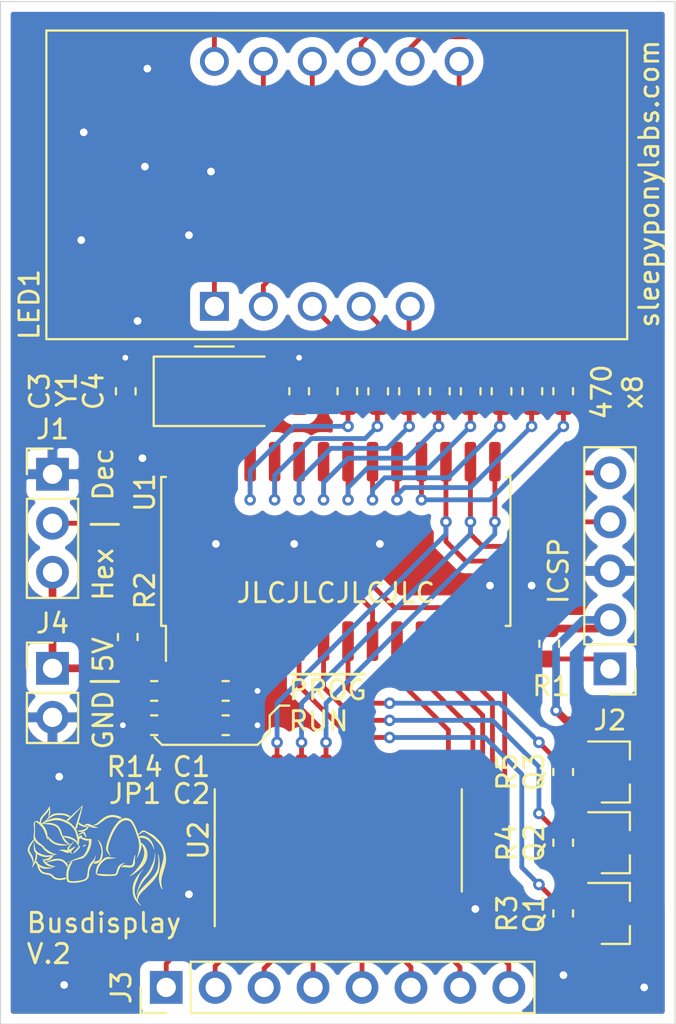
<source format=kicad_pcb>
(kicad_pcb (version 20171130) (host pcbnew "(5.1.10)-1")
  (title_block (title Busdisplay) (date 2021-05-21) (rev 2) (company "Sleepy Pony Labs"))
  (layers (0 F.Cu signal) (31 B.Cu signal) (34 B.Paste user) (35 F.Paste user) (36 B.SilkS user) (37 F.SilkS user) (38 B.Mask user) (39 F.Mask user) (44 Edge.Cuts user))
  (net 0 "")
  (net 1 GND)
  (net 2 +5V)
  (net 3 "Net-(C3-Pad1)")
  (net 4 "Net-(C4-Pad1)")
  (net 5 "Net-(J1-Pad2)")
  (net 6 ~MCLR)
  (net 7 "Net-(J3-Pad8)")
  (net 8 "Net-(J3-Pad7)")
  (net 9 "Net-(J3-Pad6)")
  (net 10 "Net-(J3-Pad5)")
  (net 11 "Net-(J3-Pad4)")
  (net 12 "Net-(J3-Pad3)")
  (net 13 "Net-(J3-Pad2)")
  (net 14 "Net-(J3-Pad1)")
  (net 15 "Net-(LED1-Pad7)")
  (net 16 "Net-(LED1-Pad4)")
  (net 17 "Net-(LED1-Pad12)")
  (net 18 "Net-(LED1-Pad9)")
  (net 19 "Net-(LED1-Pad1)")
  (net 20 "Net-(LED1-Pad8)")
  (net 21 "Net-(LED1-Pad11)")
  (net 22 "Net-(LED1-Pad3)")
  (net 23 "Net-(LED1-Pad10)")
  (net 24 "Net-(LED1-Pad5)")
  (net 25 "Net-(LED1-Pad2)")
  (net 26 DIG1)
  (net 27 BUF6)
  (net 28 BUF7)
  (net 29 A)
  (net 30 B)
  (net 31 C)
  (net 32 D)
  (net 33 E)
  (net 34 F)
  (net 35 G)
  (net 36 DP)
  (net 37 BUF5)
  (net 38 BUF4)
  (net 39 BUF3)
  (net 40 BUF2)
  (net 41 BUF1)
  (net 42 BUF0)
  (net 43 DIG3)
  (net 44 DIG2)
  (net 45 "Net-(U1-Pad1)")
  (net 46 "Net-(JP1-Pad1)")
  (module Resistor_SMD:R_0603_1608Metric (layer F.Cu) (at 41.3765 65.532)
    (fp_text reference R14 (at -1.016 3.937) (layer F.SilkS))
    (fp_text value 10k)
    (pad 2 smd roundrect (at 0.7875 0) (size 0.875 0.95) (layers F.Cu F.Paste F.Mask) (net 46 "Net-(JP1-Pad1)"))
    (pad 1 smd roundrect (at -0.7875 0) (size 0.875 0.95) (layers F.Cu F.Paste F.Mask) (net 2 +5V))
  )
  (module Resistor_SMD:R_0603_1608Metric (layer F.Cu) (at 41.3765 67.31 180)
    (fp_text reference JP1 (at 0.9905 -3.556) (layer F.SilkS))
    (fp_text value ~PROG~/RUN)
    (pad 2 smd roundrect (at 0.7875 0 180) (size 0.875 0.95) (layers F.Cu F.Paste F.Mask) (net 1 GND))
    (pad 1 smd roundrect (at -0.7875 0 180) (size 0.875 0.95) (layers F.Cu F.Paste F.Mask) (net 46 "Net-(JP1-Pad1)"))
  )
  (module Package_SO:SO-20_5.3x12.6mm_P1.27mm (layer F.Cu) (at 50.927 73.279 90)
    (fp_text reference U2 (at 0 -7.25 90) (layer F.SilkS))
    (fp_text value 74HCT245)
    (pad 20 smd roundrect (at 3.4625 -5.715 90) (size 1.975 0.6) (layers F.Cu F.Paste F.Mask) (net 2 +5V))
    (pad 19 smd roundrect (at 3.4625 -4.445 90) (size 1.975 0.6) (layers F.Cu F.Paste F.Mask) (net 46 "Net-(JP1-Pad1)"))
    (pad 18 smd roundrect (at 3.4625 -3.175 90) (size 1.975 0.6) (layers F.Cu F.Paste F.Mask) (net 28 BUF7))
    (pad 17 smd roundrect (at 3.4625 -1.905 90) (size 1.975 0.6) (layers F.Cu F.Paste F.Mask) (net 27 BUF6))
    (pad 16 smd roundrect (at 3.4625 -0.635 90) (size 1.975 0.6) (layers F.Cu F.Paste F.Mask) (net 37 BUF5))
    (pad 15 smd roundrect (at 3.4625 0.635 90) (size 1.975 0.6) (layers F.Cu F.Paste F.Mask) (net 38 BUF4))
    (pad 14 smd roundrect (at 3.4625 1.905 90) (size 1.975 0.6) (layers F.Cu F.Paste F.Mask) (net 39 BUF3))
    (pad 13 smd roundrect (at 3.4625 3.175 90) (size 1.975 0.6) (layers F.Cu F.Paste F.Mask) (net 40 BUF2))
    (pad 12 smd roundrect (at 3.4625 4.445 90) (size 1.975 0.6) (layers F.Cu F.Paste F.Mask) (net 41 BUF1))
    (pad 11 smd roundrect (at 3.4625 5.715 90) (size 1.975 0.6) (layers F.Cu F.Paste F.Mask) (net 42 BUF0))
    (pad 10 smd roundrect (at -3.4625 5.715 90) (size 1.975 0.6) (layers F.Cu F.Paste F.Mask) (net 1 GND))
    (pad 9 smd roundrect (at -3.4625 4.445 90) (size 1.975 0.6) (layers F.Cu F.Paste F.Mask) (net 7 "Net-(J3-Pad8)"))
    (pad 8 smd roundrect (at -3.4625 3.175 90) (size 1.975 0.6) (layers F.Cu F.Paste F.Mask) (net 8 "Net-(J3-Pad7)"))
    (pad 7 smd roundrect (at -3.4625 1.905 90) (size 1.975 0.6) (layers F.Cu F.Paste F.Mask) (net 9 "Net-(J3-Pad6)"))
    (pad 6 smd roundrect (at -3.4625 0.635 90) (size 1.975 0.6) (layers F.Cu F.Paste F.Mask) (net 10 "Net-(J3-Pad5)"))
    (pad 5 smd roundrect (at -3.4625 -0.635 90) (size 1.975 0.6) (layers F.Cu F.Paste F.Mask) (net 11 "Net-(J3-Pad4)"))
    (pad 4 smd roundrect (at -3.4625 -1.905 90) (size 1.975 0.6) (layers F.Cu F.Paste F.Mask) (net 12 "Net-(J3-Pad3)"))
    (pad 3 smd roundrect (at -3.4625 -3.175 90) (size 1.975 0.6) (layers F.Cu F.Paste F.Mask) (net 13 "Net-(J3-Pad2)"))
    (pad 2 smd roundrect (at -3.4625 -4.445 90) (size 1.975 0.6) (layers F.Cu F.Paste F.Mask) (net 14 "Net-(J3-Pad1)"))
    (pad 1 smd roundrect (at -3.4625 -5.715 90) (size 1.975 0.6) (layers F.Cu F.Paste F.Mask) (net 2 +5V))
  )
  (module sleepyLogo:sleepylogo_10mm (layer F.Cu) (at 38.527 73.781)
    (fp_text reference G*** hide)
    (fp_text value LOGO hide)
  )
  (module Crystal:Crystal_SMD_5032-2Pin_5.0x3.2mm (layer F.Cu) (at 44.4 50)
    (fp_text reference Y1 (at -7.57 -0.089 90) (layer F.SilkS))
    (fp_text value 8MHz)
    (pad 2 smd rect (at 1.85 0) (size 2 2.4) (layers F.Cu F.Paste F.Mask) (net 4 "Net-(C4-Pad1)"))
    (pad 1 smd rect (at -1.85 0) (size 2 2.4) (layers F.Cu F.Paste F.Mask) (net 3 "Net-(C3-Pad1)"))
  )
  (module Package_SO:SOIC-28W_7.5x17.9mm_P1.27mm (layer F.Cu) (at 50.8 58.3 90)
    (fp_text reference U1 (at 3.055 -9.906 90) (layer F.SilkS))
    (fp_text value PIC16F57-ISO)
    (pad 28 smd roundrect (at 4.65 -8.255 90) (size 2.05 0.6) (layers F.Cu F.Paste F.Mask) (net 6 ~MCLR))
    (pad 27 smd roundrect (at 4.65 -6.985 90) (size 2.05 0.6) (layers F.Cu F.Paste F.Mask) (net 3 "Net-(C3-Pad1)"))
    (pad 26 smd roundrect (at 4.65 -5.715 90) (size 2.05 0.6) (layers F.Cu F.Paste F.Mask) (net 4 "Net-(C4-Pad1)"))
    (pad 25 smd roundrect (at 4.65 -4.445 90) (size 2.05 0.6) (layers F.Cu F.Paste F.Mask) (net 36 DP))
    (pad 24 smd roundrect (at 4.65 -3.175 90) (size 2.05 0.6) (layers F.Cu F.Paste F.Mask) (net 31 C))
    (pad 23 smd roundrect (at 4.65 -1.905 90) (size 2.05 0.6) (layers F.Cu F.Paste F.Mask) (net 35 G))
    (pad 22 smd roundrect (at 4.65 -0.635 90) (size 2.05 0.6) (layers F.Cu F.Paste F.Mask) (net 32 D))
    (pad 21 smd roundrect (at 4.65 0.635 90) (size 2.05 0.6) (layers F.Cu F.Paste F.Mask) (net 33 E))
    (pad 20 smd roundrect (at 4.65 1.905 90) (size 2.05 0.6) (layers F.Cu F.Paste F.Mask) (net 29 A))
    (pad 19 smd roundrect (at 4.65 3.175 90) (size 2.05 0.6) (layers F.Cu F.Paste F.Mask) (net 34 F))
    (pad 18 smd roundrect (at 4.65 4.445 90) (size 2.05 0.6) (layers F.Cu F.Paste F.Mask) (net 30 B))
    (pad 17 smd roundrect (at 4.65 5.715 90) (size 2.05 0.6) (layers F.Cu F.Paste F.Mask) (net 28 BUF7))
    (pad 16 smd roundrect (at 4.65 6.985 90) (size 2.05 0.6) (layers F.Cu F.Paste F.Mask) (net 27 BUF6))
    (pad 15 smd roundrect (at 4.65 8.255 90) (size 2.05 0.6) (layers F.Cu F.Paste F.Mask) (net 37 BUF5))
    (pad 14 smd roundrect (at -4.65 8.255 90) (size 2.05 0.6) (layers F.Cu F.Paste F.Mask) (net 38 BUF4))
    (pad 13 smd roundrect (at -4.65 6.985 90) (size 2.05 0.6) (layers F.Cu F.Paste F.Mask) (net 39 BUF3))
    (pad 12 smd roundrect (at -4.65 5.715 90) (size 2.05 0.6) (layers F.Cu F.Paste F.Mask) (net 40 BUF2))
    (pad 11 smd roundrect (at -4.65 4.445 90) (size 2.05 0.6) (layers F.Cu F.Paste F.Mask) (net 41 BUF1))
    (pad 10 smd roundrect (at -4.65 3.175 90) (size 2.05 0.6) (layers F.Cu F.Paste F.Mask) (net 42 BUF0))
    (pad 9 smd roundrect (at -4.65 1.905 90) (size 2.05 0.6) (layers F.Cu F.Paste F.Mask) (net 5 "Net-(J1-Pad2)"))
    (pad 8 smd roundrect (at -4.65 0.635 90) (size 2.05 0.6) (layers F.Cu F.Paste F.Mask) (net 43 DIG3))
    (pad 7 smd roundrect (at -4.65 -0.635 90) (size 2.05 0.6) (layers F.Cu F.Paste F.Mask) (net 44 DIG2))
    (pad 6 smd roundrect (at -4.65 -1.905 90) (size 2.05 0.6) (layers F.Cu F.Paste F.Mask) (net 26 DIG1))
    (pad 5 smd roundrect (at -4.65 -3.175 90) (size 2.05 0.6) (layers F.Cu F.Paste F.Mask))
    (pad 4 smd roundrect (at -4.65 -4.445 90) (size 2.05 0.6) (layers F.Cu F.Paste F.Mask) (net 1 GND))
    (pad 3 smd roundrect (at -4.65 -5.715 90) (size 2.05 0.6) (layers F.Cu F.Paste F.Mask))
    (pad 2 smd roundrect (at -4.65 -6.985 90) (size 2.05 0.6) (layers F.Cu F.Paste F.Mask) (net 2 +5V))
    (pad 1 smd roundrect (at -4.65 -8.255 90) (size 2.05 0.6) (layers F.Cu F.Paste F.Mask) (net 45 "Net-(U1-Pad1)"))
  )
  (module Resistor_SMD:R_0603_1608Metric (layer F.Cu) (at 51.4 50 90)
    (fp_text reference R13 hide)
    (fp_text value 470R)
    (pad 2 smd roundrect (at 0.7875 0 90) (size 0.875 0.95) (layers F.Cu F.Paste F.Mask) (net 22 "Net-(LED1-Pad3)"))
    (pad 1 smd roundrect (at -0.7875 0 90) (size 0.875 0.95) (layers F.Cu F.Paste F.Mask) (net 36 DP))
  )
  (module Resistor_SMD:R_0603_1608Metric (layer F.Cu) (at 54.6 50 90)
    (fp_text reference R12 hide)
    (fp_text value 470R)
    (pad 2 smd roundrect (at 0.7875 0 90) (size 0.875 0.95) (layers F.Cu F.Paste F.Mask) (net 24 "Net-(LED1-Pad5)"))
    (pad 1 smd roundrect (at -0.7875 0 90) (size 0.875 0.95) (layers F.Cu F.Paste F.Mask) (net 35 G))
  )
  (module Resistor_SMD:R_0603_1608Metric (layer F.Cu) (at 61 50 90)
    (fp_text reference R11 hide)
    (fp_text value 470R)
    (pad 2 smd roundrect (at 0.7875 0 90) (size 0.875 0.95) (layers F.Cu F.Paste F.Mask) (net 23 "Net-(LED1-Pad10)"))
    (pad 1 smd roundrect (at -0.7875 0 90) (size 0.875 0.95) (layers F.Cu F.Paste F.Mask) (net 34 F))
  )
  (module Resistor_SMD:R_0603_1608Metric (layer F.Cu) (at 57.8 50 90)
    (fp_text reference R10 hide)
    (fp_text value 470R)
    (pad 2 smd roundrect (at 0.7875 0 90) (size 0.875 0.95) (layers F.Cu F.Paste F.Mask) (net 19 "Net-(LED1-Pad1)"))
    (pad 1 smd roundrect (at -0.7875 0 90) (size 0.875 0.95) (layers F.Cu F.Paste F.Mask) (net 33 E))
  )
  (module Resistor_SMD:R_0603_1608Metric (layer F.Cu) (at 56.2 50 90)
    (fp_text reference R9 hide)
    (fp_text value 470R)
    (pad 2 smd roundrect (at 0.7875 0 90) (size 0.875 0.95) (layers F.Cu F.Paste F.Mask) (net 25 "Net-(LED1-Pad2)"))
    (pad 1 smd roundrect (at -0.7875 0 90) (size 0.875 0.95) (layers F.Cu F.Paste F.Mask) (net 32 D))
  )
  (module Resistor_SMD:R_0603_1608Metric (layer F.Cu) (at 53 50 90)
    (fp_text reference R8 hide)
    (fp_text value 470R)
    (pad 2 smd roundrect (at 0.7875 0 90) (size 0.875 0.95) (layers F.Cu F.Paste F.Mask) (net 16 "Net-(LED1-Pad4)"))
    (pad 1 smd roundrect (at -0.7875 0 90) (size 0.875 0.95) (layers F.Cu F.Paste F.Mask) (net 31 C))
  )
  (module Resistor_SMD:R_0603_1608Metric (layer F.Cu) (at 62.6 50 90)
    (fp_text reference R7 hide)
    (fp_text value 470R)
    (pad 2 smd roundrect (at 0.7875 0 90) (size 0.875 0.95) (layers F.Cu F.Paste F.Mask) (net 15 "Net-(LED1-Pad7)"))
    (pad 1 smd roundrect (at -0.7875 0 90) (size 0.875 0.95) (layers F.Cu F.Paste F.Mask) (net 30 B))
  )
  (module Resistor_SMD:R_0603_1608Metric (layer F.Cu) (at 59.4 50 90)
    (fp_text reference R6 hide)
    (fp_text value 470R)
    (pad 2 smd roundrect (at 0.7875 0 90) (size 0.875 0.95) (layers F.Cu F.Paste F.Mask) (net 21 "Net-(LED1-Pad11)"))
    (pad 1 smd roundrect (at -0.7875 0 90) (size 0.875 0.95) (layers F.Cu F.Paste F.Mask) (net 29 A))
  )
  (module Resistor_SMD:R_0603_1608Metric (layer F.Cu) (at 62.6 69.734 90)
    (fp_text reference R5 (at 0.011 -2.91 90) (layer F.SilkS))
    (fp_text value 10K)
    (pad 2 smd roundrect (at 0.7875 0 90) (size 0.875 0.95) (layers F.Cu F.Paste F.Mask) (net 43 DIG3))
    (pad 1 smd roundrect (at -0.7875 0 90) (size 0.875 0.95) (layers F.Cu F.Paste F.Mask) (net 2 +5V))
  )
  (module Resistor_SMD:R_0603_1608Metric (layer F.Cu) (at 62.6 73.4 90)
    (fp_text reference R4 (at 0 -2.91 90) (layer F.SilkS))
    (fp_text value 10K)
    (pad 2 smd roundrect (at 0.7875 0 90) (size 0.875 0.95) (layers F.Cu F.Paste F.Mask) (net 44 DIG2))
    (pad 1 smd roundrect (at -0.7875 0 90) (size 0.875 0.95) (layers F.Cu F.Paste F.Mask) (net 2 +5V))
  )
  (module Resistor_SMD:R_0603_1608Metric (layer F.Cu) (at 62.6 77.066 90)
    (fp_text reference R3 (at 0 -2.91 90) (layer F.SilkS))
    (fp_text value 10K)
    (pad 2 smd roundrect (at 0.7875 0 90) (size 0.875 0.95) (layers F.Cu F.Paste F.Mask) (net 26 DIG1))
    (pad 1 smd roundrect (at -0.7875 0 90) (size 0.875 0.95) (layers F.Cu F.Paste F.Mask) (net 2 +5V))
  )
  (module Resistor_SMD:R_0603_1608Metric (layer F.Cu) (at 40.005 62.738 90)
    (fp_text reference R2 (at 2.413 0.889 90) (layer F.SilkS))
    (fp_text value 10k)
    (pad 2 smd roundrect (at 0.7875 0 90) (size 0.875 0.95) (layers F.Cu F.Paste F.Mask) (net 5 "Net-(J1-Pad2)"))
    (pad 1 smd roundrect (at -0.7875 0 90) (size 0.875 0.95) (layers F.Cu F.Paste F.Mask) (net 2 +5V))
  )
  (module Resistor_SMD:R_0603_1608Metric (layer F.Cu) (at 61.873 63.0875 270)
    (fp_text reference R1 (at 2.1905 -0.103 180) (layer F.SilkS))
    (fp_text value 10k)
    (pad 2 smd roundrect (at 0.7875 0 270) (size 0.875 0.95) (layers F.Cu F.Paste F.Mask) (net 6 ~MCLR))
    (pad 1 smd roundrect (at -0.7875 0 270) (size 0.875 0.95) (layers F.Cu F.Paste F.Mask) (net 2 +5V))
  )
  (module Package_TO_SOT_SMD:SOT-23 (layer F.Cu) (at 65.3 69.734)
    (fp_text reference Q3 (at -4.213 -0.011 90) (layer F.SilkS))
    (fp_text value AO3401A)
    (pad 3 smd rect (at 1 0) (size 0.9 0.8) (layers F.Cu F.Paste F.Mask) (net 20 "Net-(LED1-Pad8)"))
    (pad 2 smd rect (at -1 0.95) (size 0.9 0.8) (layers F.Cu F.Paste F.Mask) (net 2 +5V))
    (pad 1 smd rect (at -1 -0.95) (size 0.9 0.8) (layers F.Cu F.Paste F.Mask) (net 43 DIG3))
  )
  (module Package_TO_SOT_SMD:SOT-23 (layer F.Cu) (at 65.3 73.4)
    (fp_text reference Q2 (at -4.213 0.006 90) (layer F.SilkS))
    (fp_text value AO3401A)
    (pad 3 smd rect (at 1 0) (size 0.9 0.8) (layers F.Cu F.Paste F.Mask) (net 18 "Net-(LED1-Pad9)"))
    (pad 2 smd rect (at -1 0.95) (size 0.9 0.8) (layers F.Cu F.Paste F.Mask) (net 2 +5V))
    (pad 1 smd rect (at -1 -0.95) (size 0.9 0.8) (layers F.Cu F.Paste F.Mask) (net 44 DIG2))
  )
  (module Package_TO_SOT_SMD:SOT-23 (layer F.Cu) (at 65.3 77.066)
    (fp_text reference Q1 (at -4.213 0.023 90) (layer F.SilkS))
    (fp_text value AO3401A)
    (pad 3 smd rect (at 1 0) (size 0.9 0.8) (layers F.Cu F.Paste F.Mask) (net 17 "Net-(LED1-Pad12)"))
    (pad 2 smd rect (at -1 0.95) (size 0.9 0.8) (layers F.Cu F.Paste F.Mask) (net 2 +5V))
    (pad 1 smd rect (at -1 -0.95) (size 0.9 0.8) (layers F.Cu F.Paste F.Mask) (net 26 DIG1))
  )
  (module busdisplay_r2:SP410401N (layer F.Cu) (at 44.5 45.3 90)
    (fp_text reference LED1 (at -0.2 -9.6 90) (layer F.SilkS))
    (fp_text value SP410401N)
    (pad 7 thru_hole circle (at 12.4 12.7 90) (size 1.5 1.5) (drill 1) (layers *.Cu *.Mask) (net 15 "Net-(LED1-Pad7)"))
    (pad 4 thru_hole circle (at -0.3 7.62 90) (size 1.5 1.5) (drill 1) (layers *.Cu *.Mask) (net 16 "Net-(LED1-Pad4)"))
    (pad 12 thru_hole circle (at 12.4 0 90) (size 1.5 1.5) (drill 1) (layers *.Cu *.Mask) (net 17 "Net-(LED1-Pad12)"))
    (pad 9 thru_hole circle (at 12.4 7.62 90) (size 1.5 1.5) (drill 1) (layers *.Cu *.Mask) (net 18 "Net-(LED1-Pad9)"))
    (pad 1 thru_hole rect (at -0.3 0 90) (size 1.5 1.5) (drill 1) (layers *.Cu *.Mask) (net 19 "Net-(LED1-Pad1)"))
    (pad 8 thru_hole circle (at 12.4 10.16 90) (size 1.5 1.5) (drill 1) (layers *.Cu *.Mask) (net 20 "Net-(LED1-Pad8)"))
    (pad 11 thru_hole circle (at 12.4 2.54 90) (size 1.5 1.5) (drill 1) (layers *.Cu *.Mask) (net 21 "Net-(LED1-Pad11)"))
    (pad 3 thru_hole circle (at -0.3 5.08 90) (size 1.5 1.5) (drill 1) (layers *.Cu *.Mask) (net 22 "Net-(LED1-Pad3)"))
    (pad 10 thru_hole circle (at 12.4 5.08 90) (size 1.5 1.5) (drill 1) (layers *.Cu *.Mask) (net 23 "Net-(LED1-Pad10)"))
    (pad 5 thru_hole circle (at -0.3 10.16 90) (size 1.5 1.5) (drill 1) (layers *.Cu *.Mask) (net 24 "Net-(LED1-Pad5)"))
    (pad 2 thru_hole circle (at -0.3 2.54 90) (size 1.5 1.5) (drill 1) (layers *.Cu *.Mask) (net 25 "Net-(LED1-Pad2)"))
  )
  (module Connector_PinHeader_2.54mm:PinHeader_1x02_P2.54mm_Vertical (layer F.Cu) (at 36.1 64.36)
    (fp_text reference J4 (at 0 -2.33) (layer F.SilkS))
    (fp_text value Power)
    (pad 2 thru_hole oval (at 0 2.54) (size 1.7 1.7) (drill 1) (layers *.Cu *.Mask) (net 1 GND))
    (pad 1 thru_hole rect (at 0 0) (size 1.7 1.7) (drill 1) (layers *.Cu *.Mask) (net 2 +5V))
  )
  (module Connector_PinHeader_2.54mm:PinHeader_1x08_P2.54mm_Vertical (layer F.Cu) (at 42 80.9 90)
    (fp_text reference J3 (at 0 -2.33 90) (layer F.SilkS))
    (fp_text value Input)
    (pad 8 thru_hole oval (at 0 17.78 90) (size 1.7 1.7) (drill 1) (layers *.Cu *.Mask) (net 7 "Net-(J3-Pad8)"))
    (pad 7 thru_hole oval (at 0 15.24 90) (size 1.7 1.7) (drill 1) (layers *.Cu *.Mask) (net 8 "Net-(J3-Pad7)"))
    (pad 6 thru_hole oval (at 0 12.7 90) (size 1.7 1.7) (drill 1) (layers *.Cu *.Mask) (net 9 "Net-(J3-Pad6)"))
    (pad 5 thru_hole oval (at 0 10.16 90) (size 1.7 1.7) (drill 1) (layers *.Cu *.Mask) (net 10 "Net-(J3-Pad5)"))
    (pad 4 thru_hole oval (at 0 7.62 90) (size 1.7 1.7) (drill 1) (layers *.Cu *.Mask) (net 11 "Net-(J3-Pad4)"))
    (pad 3 thru_hole oval (at 0 5.08 90) (size 1.7 1.7) (drill 1) (layers *.Cu *.Mask) (net 12 "Net-(J3-Pad3)"))
    (pad 2 thru_hole oval (at 0 2.54 90) (size 1.7 1.7) (drill 1) (layers *.Cu *.Mask) (net 13 "Net-(J3-Pad2)"))
    (pad 1 thru_hole rect (at 0 0 90) (size 1.7 1.7) (drill 1) (layers *.Cu *.Mask) (net 14 "Net-(J3-Pad1)"))
  )
  (module Connector_PinHeader_2.54mm:PinHeader_1x05_P2.54mm_Vertical (layer F.Cu) (at 65.024 64.389 180)
    (fp_text reference J2 (at 0 -2.667) (layer F.SilkS))
    (fp_text value ICSP)
    (pad 5 thru_hole oval (at 0 10.16 180) (size 1.7 1.7) (drill 1) (layers *.Cu *.Mask) (net 27 BUF6))
    (pad 4 thru_hole oval (at 0 7.62 180) (size 1.7 1.7) (drill 1) (layers *.Cu *.Mask) (net 28 BUF7))
    (pad 3 thru_hole oval (at 0 5.08 180) (size 1.7 1.7) (drill 1) (layers *.Cu *.Mask) (net 1 GND))
    (pad 2 thru_hole oval (at 0 2.54 180) (size 1.7 1.7) (drill 1) (layers *.Cu *.Mask) (net 2 +5V))
    (pad 1 thru_hole rect (at 0 0 180) (size 1.7 1.7) (drill 1) (layers *.Cu *.Mask) (net 6 ~MCLR))
  )
  (module Connector_PinHeader_2.54mm:PinHeader_1x03_P2.54mm_Vertical (layer F.Cu) (at 36.1 54.3)
    (fp_text reference J1 (at 0 -2.33) (layer F.SilkS))
    (fp_text value Hex/Dec)
    (pad 3 thru_hole oval (at 0 5.08) (size 1.7 1.7) (drill 1) (layers *.Cu *.Mask) (net 2 +5V))
    (pad 2 thru_hole oval (at 0 2.54) (size 1.7 1.7) (drill 1) (layers *.Cu *.Mask) (net 5 "Net-(J1-Pad2)"))
    (pad 1 thru_hole rect (at 0 0) (size 1.7 1.7) (drill 1) (layers *.Cu *.Mask) (net 1 GND))
  )
  (module Capacitor_SMD:C_0603_1608Metric (layer F.Cu) (at 48.9 50 90)
    (fp_text reference C4 (at 0 -10.673 90) (layer F.SilkS))
    (fp_text value 15pF)
    (pad 2 smd roundrect (at 0.7875 0 90) (size 0.875 0.95) (layers F.Cu F.Paste F.Mask) (net 1 GND))
    (pad 1 smd roundrect (at -0.7875 0 90) (size 0.875 0.95) (layers F.Cu F.Paste F.Mask) (net 4 "Net-(C4-Pad1)"))
  )
  (module Capacitor_SMD:C_0603_1608Metric (layer F.Cu) (at 39.9 50 90)
    (fp_text reference C3 (at 0 -4.467 90) (layer F.SilkS))
    (fp_text value 15pF)
    (pad 2 smd roundrect (at 0.7875 0 90) (size 0.875 0.95) (layers F.Cu F.Paste F.Mask) (net 1 GND))
    (pad 1 smd roundrect (at -0.7875 0 90) (size 0.875 0.95) (layers F.Cu F.Paste F.Mask) (net 3 "Net-(C3-Pad1)"))
  )
  (module Capacitor_SMD:C_0603_1608Metric (layer F.Cu) (at 45.085 67.31)
    (fp_text reference C2 (at -1.778 3.556) (layer F.SilkS))
    (fp_text value 100nF)
    (pad 2 smd roundrect (at 0.7875 0) (size 0.875 0.95) (layers F.Cu F.Paste F.Mask) (net 1 GND))
    (pad 1 smd roundrect (at -0.7875 0) (size 0.875 0.95) (layers F.Cu F.Paste F.Mask) (net 2 +5V))
  )
  (module Capacitor_SMD:C_0603_1608Metric (layer F.Cu) (at 45.085 65.532)
    (fp_text reference C1 (at -1.778 3.937) (layer F.SilkS))
    (fp_text value 100nF)
    (pad 2 smd roundrect (at 0.7875 0) (size 0.875 0.95) (layers F.Cu F.Paste F.Mask) (net 1 GND))
    (pad 1 smd roundrect (at -0.7875 0) (size 0.875 0.95) (layers F.Cu F.Paste F.Mask) (net 2 +5V))
  )
  (gr_text sleepyponylabs.com (at 67.056 39.243 90) (layer F.SilkS) (effects (font (size 1 1))))
  (gr_text ICSP (at 62.357 59.309 90) (layer F.SilkS) (effects (font (size 1 1))))
  (gr_text "470\nx8" (at 65.405 50.038 90) (layer F.SilkS) (effects (font (size 1 1))))
  (gr_text JLCJLCJLCJLC (at 50.8 60.452) (layer F.SilkS) (effects (font (size 1 1))))
  (gr_line (start 47.879 66.294) (end 48.387 66.294) (layer F.SilkS) (width 0.12))
  (gr_line (start 47.371 66.802) (end 47.879 66.294) (layer F.SilkS) (width 0.12))
  (gr_line (start 41.783 68.326) (end 41.402 67.945) (layer F.SilkS) (width 0.12))
  (gr_line (start 42.672 68.326) (end 41.783 68.326) (layer F.SilkS) (width 0.12))
  (gr_line (start 46.736 68.326) (end 42.672 68.326) (layer F.SilkS) (width 0.12))
  (gr_line (start 47.371 67.691) (end 46.736 68.326) (layer F.SilkS) (width 0.12))
  (gr_line (start 47.371 67.31) (end 47.371 67.691) (layer F.SilkS) (width 0.12))
  (gr_line (start 47.371 66.802) (end 47.371 67.31) (layer F.SilkS) (width 0.12))
  (gr_text "~PROG~\nRUN" (at 48.26 66.294) (layer F.SilkS) (effects (font (size 1 1)) (justify left)))
  (gr_text GND|5V (at 38.735 65.659 90) (layer F.SilkS) (effects (font (size 1 1))))
  (gr_text "Hex | Dec" (at 38.735 56.896 90) (layer F.SilkS) (effects (font (size 1 1))))
  (gr_text "Busdisplay\nV.2" (at 34.671 78.359) (layer F.SilkS) (effects (font (size 1 1)) (justify left)))
  (gr_line (start 33.4 82.8) (end 68.4 82.8) (layer Edge.Cuts) (width 0.05))
  (gr_line (start 68.4 29.8) (end 68.4 82.8) (layer Edge.Cuts) (width 0.05))
  (gr_line (start 33.4 29.8) (end 33.4 82.8) (layer Edge.Cuts) (width 0.05))
  (gr_line (start 33.4 29.8) (end 68.4 29.8) (layer Edge.Cuts) (width 0.05))
  (via (at 48.895 48.26) (size 0.6) (drill 0.3) (layers F.Cu B.Cu) (net 1))
  (via (at 39.878 48.26) (size 0.6) (drill 0.3) (layers F.Cu B.Cu) (net 1))
  (segment (start 48.9 48.265) (end 48.895 48.26) (width 0.25) (layer F.Cu) (net 1))
  (segment (start 48.9 49.2125) (end 48.9 48.265) (width 0.25) (layer F.Cu) (net 1))
  (segment (start 39.9 48.282) (end 39.878 48.26) (width 0.25) (layer F.Cu) (net 1))
  (segment (start 39.9 49.2125) (end 39.9 48.282) (width 0.25) (layer F.Cu) (net 1))
  (via (at 58.039 76.835) (size 0.8) (drill 0.4) (layers F.Cu B.Cu) (net 1))
  (segment (start 57.9455 76.7415) (end 58.039 76.835) (width 0.4) (layer F.Cu) (net 1))
  (segment (start 56.642 76.7415) (end 57.9455 76.7415) (width 0.4) (layer F.Cu) (net 1))
  (segment (start 46.355 62.95) (end 46.355 64.135) (width 0.4) (layer F.Cu) (net 1))
  (segment (start 45.8725 64.6175) (end 45.8725 65.532) (width 0.4) (layer F.Cu) (net 1))
  (segment (start 46.355 64.135) (end 45.8725 64.6175) (width 0.4) (layer F.Cu) (net 1))
  (via (at 39.751 67.31) (size 0.6) (drill 0.3) (layers F.Cu B.Cu) (net 1))
  (segment (start 40.589 67.31) (end 39.751 67.31) (width 0.4) (layer F.Cu) (net 1))
  (via (at 46.736 65.532) (size 0.6) (drill 0.3) (layers F.Cu B.Cu) (net 1))
  (via (at 46.736 67.31) (size 0.6) (drill 0.3) (layers F.Cu B.Cu) (net 1))
  (segment (start 45.8725 65.532) (end 46.736 65.532) (width 0.4) (layer F.Cu) (net 1))
  (segment (start 45.8725 67.31) (end 46.736 67.31) (width 0.4) (layer F.Cu) (net 1))
  (via (at 44.323 38.608) (size 0.8) (drill 0.4) (layers F.Cu B.Cu) (net 1))
  (via (at 41.021 33.274) (size 0.8) (drill 0.4) (layers F.Cu B.Cu) (net 1))
  (via (at 37.719 36.576) (size 0.8) (drill 0.4) (layers F.Cu B.Cu) (net 1))
  (via (at 43.18 41.91) (size 0.8) (drill 0.4) (layers F.Cu B.Cu) (net 1))
  (via (at 40.894 38.354) (size 0.8) (drill 0.4) (layers F.Cu B.Cu) (net 1))
  (via (at 37.592 42.164) (size 0.8) (drill 0.4) (layers F.Cu B.Cu) (net 1))
  (via (at 40.513 46.355) (size 0.8) (drill 0.4) (layers F.Cu B.Cu) (net 1))
  (via (at 40.767 53.467) (size 0.8) (drill 0.4) (layers F.Cu B.Cu) (net 1))
  (via (at 62.611 80.264) (size 0.8) (drill 0.4) (layers F.Cu B.Cu) (net 1))
  (via (at 66.802 80.899) (size 0.8) (drill 0.4) (layers F.Cu B.Cu) (net 1))
  (via (at 44.577 57.912) (size 0.8) (drill 0.4) (layers F.Cu B.Cu) (net 1))
  (via (at 48.641 57.912) (size 0.8) (drill 0.4) (layers F.Cu B.Cu) (net 1))
  (via (at 53.086 57.912) (size 0.8) (drill 0.4) (layers F.Cu B.Cu) (net 1))
  (via (at 58.801 60.071) (size 0.8) (drill 0.4) (layers F.Cu B.Cu) (net 1))
  (via (at 36.449 69.977) (size 0.8) (drill 0.4) (layers F.Cu B.Cu) (net 1))
  (via (at 36.703 80.772) (size 0.8) (drill 0.4) (layers F.Cu B.Cu) (net 1))
  (via (at 43.18 76.073) (size 0.8) (drill 0.4) (layers F.Cu B.Cu) (net 1))
  (via (at 60.96 60.071) (size 0.8) (drill 0.4) (layers F.Cu B.Cu) (net 1))
  (segment (start 64.1375 77.8535) (end 64.3 78.016) (width 0.4) (layer F.Cu) (net 2))
  (segment (start 62.6 77.8535) (end 64.1375 77.8535) (width 0.4) (layer F.Cu) (net 2))
  (segment (start 64.1375 74.1875) (end 64.3 74.35) (width 0.4) (layer F.Cu) (net 2))
  (segment (start 62.6 74.1875) (end 64.1375 74.1875) (width 0.4) (layer F.Cu) (net 2))
  (segment (start 64.1375 70.5215) (end 64.3 70.684) (width 0.4) (layer F.Cu) (net 2))
  (segment (start 62.6 70.5215) (end 64.1375 70.5215) (width 0.4) (layer F.Cu) (net 2))
  (segment (start 65.24 78.016) (end 65.278 77.978) (width 0.4) (layer F.Cu) (net 2))
  (segment (start 64.3 78.016) (end 65.24 78.016) (width 0.4) (layer F.Cu) (net 2))
  (segment (start 65.223 74.35) (end 65.278 74.295) (width 0.4) (layer F.Cu) (net 2))
  (segment (start 64.3 74.35) (end 65.223 74.35) (width 0.4) (layer F.Cu) (net 2))
  (segment (start 65.278 74.295) (end 65.278 77.978) (width 0.4) (layer F.Cu) (net 2))
  (segment (start 36.1 64.36) (end 36.1 59.38) (width 0.4) (layer F.Cu) (net 2))
  (segment (start 64.573 62.3) (end 65.024 61.849) (width 0.4) (layer F.Cu) (net 2))
  (segment (start 61.873 62.3) (end 64.573 62.3) (width 0.4) (layer F.Cu) (net 2))
  (segment (start 36.1 64.36) (end 37.748 64.36) (width 0.4) (layer F.Cu) (net 2))
  (segment (start 38.5825 63.5255) (end 40.005 63.5255) (width 0.4) (layer F.Cu) (net 2))
  (segment (start 37.748 64.36) (end 38.5825 63.5255) (width 0.4) (layer F.Cu) (net 2))
  (segment (start 40.005 63.5255) (end 40.005 64.135) (width 0.4) (layer F.Cu) (net 2))
  (segment (start 40.589 64.719) (end 40.589 65.532) (width 0.4) (layer F.Cu) (net 2))
  (segment (start 43.815 62.95) (end 43.815 64.262) (width 0.4) (layer F.Cu) (net 2))
  (segment (start 44.2975 64.7445) (end 44.2975 65.532) (width 0.4) (layer F.Cu) (net 2))
  (segment (start 44.2975 67.31) (end 44.2975 67.7925) (width 0.4) (layer F.Cu) (net 2))
  (segment (start 45.212 68.707) (end 45.212 69.8165) (width 0.4) (layer F.Cu) (net 2))
  (segment (start 44.2975 67.7925) (end 45.212 68.707) (width 0.4) (layer F.Cu) (net 2))
  (segment (start 44.2975 65.532) (end 44.2975 67.31) (width 0.4) (layer F.Cu) (net 2))
  (segment (start 40.386 64.516) (end 44.069 64.516) (width 0.4) (layer F.Cu) (net 2))
  (segment (start 44.069 64.516) (end 44.2975 64.7445) (width 0.4) (layer F.Cu) (net 2))
  (segment (start 43.815 64.262) (end 44.069 64.516) (width 0.4) (layer F.Cu) (net 2))
  (segment (start 40.005 64.135) (end 40.386 64.516) (width 0.4) (layer F.Cu) (net 2))
  (segment (start 40.386 64.516) (end 40.589 64.719) (width 0.4) (layer F.Cu) (net 2))
  (segment (start 65.278 70.684) (end 65.278 74.295) (width 0.4) (layer F.Cu) (net 2))
  (segment (start 64.3 70.684) (end 65.278 70.684) (width 0.4) (layer F.Cu) (net 2))
  (segment (start 38.735 68.199) (end 38.735 65.347) (width 0.4) (layer F.Cu) (net 2))
  (segment (start 38.735 65.347) (end 37.748 64.36) (width 0.4) (layer F.Cu) (net 2))
  (segment (start 39.624 69.088) (end 38.735 68.199) (width 0.4) (layer F.Cu) (net 2))
  (segment (start 42.926 70.231) (end 41.783 69.088) (width 0.4) (layer F.Cu) (net 2))
  (segment (start 41.783 69.088) (end 39.624 69.088) (width 0.4) (layer F.Cu) (net 2))
  (segment (start 57.658 74.549) (end 46.101 74.549) (width 0.4) (layer F.Cu) (net 2))
  (segment (start 60.9625 77.8535) (end 57.658 74.549) (width 0.4) (layer F.Cu) (net 2))
  (segment (start 62.6 77.8535) (end 60.9625 77.8535) (width 0.4) (layer F.Cu) (net 2))
  (segment (start 46.101 74.549) (end 44.45 74.549) (width 0.4) (layer F.Cu) (net 2))
  (segment (start 42.926 73.025) (end 42.926 70.231) (width 0.4) (layer F.Cu) (net 2))
  (segment (start 44.45 74.549) (end 42.926 73.025) (width 0.4) (layer F.Cu) (net 2))
  (segment (start 45.212 74.549) (end 45.212 76.7415) (width 0.4) (layer F.Cu) (net 2))
  (segment (start 46.101 74.549) (end 45.212 74.549) (width 0.4) (layer F.Cu) (net 2))
  (segment (start 64.389 67.056) (end 65.278 67.945) (width 0.4) (layer F.Cu) (net 2))
  (segment (start 65.278 67.945) (end 65.278 70.684) (width 0.4) (layer F.Cu) (net 2))
  (segment (start 62.738 67.056) (end 64.389 67.056) (width 0.4) (layer F.Cu) (net 2))
  (segment (start 62.23 66.548) (end 62.738 67.056) (width 0.4) (layer F.Cu) (net 2))
  (segment (start 63.627 61.849) (end 65.024 61.849) (width 0.4) (layer B.Cu) (net 2))
  (segment (start 62.23 66.548) (end 62.23 63.246) (width 0.4) (layer B.Cu) (net 2))
  (segment (start 62.23 63.246) (end 63.627 61.849) (width 0.4) (layer B.Cu) (net 2))
  (via (at 62.23 66.548) (size 0.6) (drill 0.3) (layers F.Cu B.Cu) (net 2))
  (segment (start 42.55 50) (end 42.55 51.44) (width 0.25) (layer F.Cu) (net 3))
  (segment (start 42.55 51.44) (end 42.926 51.816) (width 0.25) (layer F.Cu) (net 3))
  (segment (start 42.926 51.816) (end 43.561 51.816) (width 0.25) (layer F.Cu) (net 3))
  (segment (start 43.815 52.07) (end 43.815 53.65) (width 0.25) (layer F.Cu) (net 3))
  (segment (start 43.561 51.816) (end 43.815 52.07) (width 0.25) (layer F.Cu) (net 3))
  (segment (start 41.7625 50.7875) (end 42.55 50) (width 0.25) (layer F.Cu) (net 3))
  (segment (start 39.9 50.7875) (end 41.7625 50.7875) (width 0.25) (layer F.Cu) (net 3))
  (segment (start 46.25 51.413) (end 46.25 50) (width 0.25) (layer F.Cu) (net 4))
  (segment (start 45.847 51.816) (end 46.25 51.413) (width 0.25) (layer F.Cu) (net 4))
  (segment (start 45.339 51.816) (end 45.847 51.816) (width 0.25) (layer F.Cu) (net 4))
  (segment (start 45.085 52.07) (end 45.339 51.816) (width 0.25) (layer F.Cu) (net 4))
  (segment (start 45.085 53.65) (end 45.085 52.07) (width 0.25) (layer F.Cu) (net 4))
  (segment (start 47.0375 50.7875) (end 46.25 50) (width 0.25) (layer F.Cu) (net 4))
  (segment (start 48.9 50.7875) (end 47.0375 50.7875) (width 0.25) (layer F.Cu) (net 4))
  (segment (start 40.7925 61.9505) (end 40.005 61.9505) (width 0.25) (layer F.Cu) (net 5))
  (segment (start 42.545 60.198) (end 40.7925 61.9505) (width 0.25) (layer F.Cu) (net 5))
  (segment (start 51.562 60.198) (end 42.545 60.198) (width 0.25) (layer F.Cu) (net 5))
  (segment (start 52.705 61.341) (end 51.562 60.198) (width 0.25) (layer F.Cu) (net 5))
  (segment (start 52.705 62.95) (end 52.705 61.341) (width 0.25) (layer F.Cu) (net 5))
  (segment (start 38.425 56.84) (end 36.1 56.84) (width 0.25) (layer F.Cu) (net 5))
  (segment (start 40.005 58.42) (end 38.425 56.84) (width 0.25) (layer F.Cu) (net 5))
  (segment (start 40.005 61.9505) (end 40.005 58.42) (width 0.25) (layer F.Cu) (net 5))
  (segment (start 64.51 63.875) (end 65.024 64.389) (width 0.25) (layer F.Cu) (net 6))
  (segment (start 61.873 63.875) (end 64.51 63.875) (width 0.25) (layer F.Cu) (net 6))
  (segment (start 42.545 58.42) (end 42.545 53.65) (width 0.25) (layer F.Cu) (net 6))
  (segment (start 43.688 59.563) (end 42.545 58.42) (width 0.25) (layer F.Cu) (net 6))
  (segment (start 52.197 59.563) (end 43.688 59.563) (width 0.25) (layer F.Cu) (net 6))
  (segment (start 53.848 61.214) (end 52.197 59.563) (width 0.25) (layer F.Cu) (net 6))
  (segment (start 60.071 61.214) (end 53.848 61.214) (width 0.25) (layer F.Cu) (net 6))
  (segment (start 60.452 63.246) (end 60.452 61.595) (width 0.25) (layer F.Cu) (net 6))
  (segment (start 61.081 63.875) (end 60.452 63.246) (width 0.25) (layer F.Cu) (net 6))
  (segment (start 60.452 61.595) (end 60.071 61.214) (width 0.25) (layer F.Cu) (net 6))
  (segment (start 61.873 63.875) (end 61.081 63.875) (width 0.25) (layer F.Cu) (net 6))
  (segment (start 59.78 80.9) (end 59.78 79.719) (width 0.25) (layer F.Cu) (net 7))
  (segment (start 59.78 79.719) (end 58.547 78.486) (width 0.25) (layer F.Cu) (net 7))
  (segment (start 58.547 78.486) (end 55.88 78.486) (width 0.25) (layer F.Cu) (net 7))
  (segment (start 55.372 77.978) (end 55.372 76.7415) (width 0.25) (layer F.Cu) (net 7))
  (segment (start 55.88 78.486) (end 55.372 77.978) (width 0.25) (layer F.Cu) (net 7))
  (segment (start 57.24 80.9) (end 57.24 80.862) (width 0.25) (layer F.Cu) (net 8))
  (segment (start 54.102 77.978) (end 54.102 76.7415) (width 0.25) (layer F.Cu) (net 8))
  (segment (start 56.515 79.121) (end 55.245 79.121) (width 0.25) (layer F.Cu) (net 8))
  (segment (start 55.245 79.121) (end 54.102 77.978) (width 0.25) (layer F.Cu) (net 8))
  (segment (start 57.24 79.846) (end 56.515 79.121) (width 0.25) (layer F.Cu) (net 8))
  (segment (start 57.24 80.9) (end 57.24 79.846) (width 0.25) (layer F.Cu) (net 8))
  (segment (start 54.7 80.9) (end 54.7 79.846) (width 0.25) (layer F.Cu) (net 9))
  (segment (start 52.832 77.978) (end 52.832 76.7415) (width 0.25) (layer F.Cu) (net 9))
  (segment (start 54.7 79.846) (end 52.832 77.978) (width 0.25) (layer F.Cu) (net 9))
  (segment (start 51.562 77.978) (end 51.562 76.7415) (width 0.25) (layer F.Cu) (net 10))
  (segment (start 52.16 78.576) (end 51.562 77.978) (width 0.25) (layer F.Cu) (net 10))
  (segment (start 52.16 80.9) (end 52.16 78.576) (width 0.25) (layer F.Cu) (net 10))
  (segment (start 49.62 80.9) (end 49.62 78.65) (width 0.25) (layer F.Cu) (net 11))
  (segment (start 50.292 77.978) (end 50.292 76.7415) (width 0.25) (layer F.Cu) (net 11))
  (segment (start 49.62 78.65) (end 50.292 77.978) (width 0.25) (layer F.Cu) (net 11))
  (segment (start 47.08 80.9) (end 47.08 79.92) (width 0.25) (layer F.Cu) (net 12))
  (segment (start 49.022 77.978) (end 49.022 76.7415) (width 0.25) (layer F.Cu) (net 12))
  (segment (start 47.08 79.92) (end 49.022 77.978) (width 0.25) (layer F.Cu) (net 12))
  (segment (start 47.752 78.105) (end 47.752 76.7415) (width 0.25) (layer F.Cu) (net 13))
  (segment (start 46.736 79.121) (end 47.752 78.105) (width 0.25) (layer F.Cu) (net 13))
  (segment (start 45.212 79.121) (end 46.736 79.121) (width 0.25) (layer F.Cu) (net 13))
  (segment (start 44.54 79.793) (end 45.212 79.121) (width 0.25) (layer F.Cu) (net 13))
  (segment (start 44.54 80.9) (end 44.54 79.793) (width 0.25) (layer F.Cu) (net 13))
  (segment (start 42 80.9) (end 42 79.666) (width 0.25) (layer F.Cu) (net 14))
  (segment (start 42 79.666) (end 43.18 78.486) (width 0.25) (layer F.Cu) (net 14))
  (segment (start 43.18 78.486) (end 46.101 78.486) (width 0.25) (layer F.Cu) (net 14))
  (segment (start 46.482 78.105) (end 46.482 76.7415) (width 0.25) (layer F.Cu) (net 14))
  (segment (start 46.101 78.486) (end 46.482 78.105) (width 0.25) (layer F.Cu) (net 14))
  (segment (start 62.6 44.312) (end 62.6 49.2125) (width 0.25) (layer F.Cu) (net 15))
  (segment (start 59.309 41.021) (end 62.6 44.312) (width 0.25) (layer F.Cu) (net 15))
  (segment (start 58.039 41.021) (end 59.309 41.021) (width 0.25) (layer F.Cu) (net 15))
  (segment (start 57.2 40.182) (end 58.039 41.021) (width 0.25) (layer F.Cu) (net 15))
  (segment (start 57.2 32.9) (end 57.2 40.182) (width 0.25) (layer F.Cu) (net 15))
  (segment (start 53 46.48) (end 52.12 45.6) (width 0.25) (layer F.Cu) (net 16))
  (segment (start 53 49.2125) (end 53 46.48) (width 0.25) (layer F.Cu) (net 16))
  (segment (start 67.691 35.687) (end 67.691 75.675) (width 0.25) (layer F.Cu) (net 17))
  (segment (start 62.611 30.607) (end 67.691 35.687) (width 0.25) (layer F.Cu) (net 17))
  (segment (start 45.466 30.607) (end 62.611 30.607) (width 0.25) (layer F.Cu) (net 17))
  (segment (start 44.5 31.573) (end 45.466 30.607) (width 0.25) (layer F.Cu) (net 17))
  (segment (start 67.691 75.675) (end 66.3 77.066) (width 0.25) (layer F.Cu) (net 17))
  (segment (start 44.5 32.9) (end 44.5 31.573) (width 0.25) (layer F.Cu) (net 17))
  (segment (start 67.183 72.517) (end 66.3 73.4) (width 0.25) (layer F.Cu) (net 18))
  (segment (start 67.183 35.941) (end 67.183 72.517) (width 0.25) (layer F.Cu) (net 18))
  (segment (start 62.357 31.115) (end 67.183 35.941) (width 0.25) (layer F.Cu) (net 18))
  (segment (start 52.959 31.115) (end 62.357 31.115) (width 0.25) (layer F.Cu) (net 18))
  (segment (start 52.12 31.954) (end 52.959 31.115) (width 0.25) (layer F.Cu) (net 18))
  (segment (start 52.12 32.9) (end 52.12 31.954) (width 0.25) (layer F.Cu) (net 18))
  (segment (start 57.8 44.973) (end 57.8 49.2125) (width 0.25) (layer F.Cu) (net 19))
  (segment (start 55.88 43.053) (end 57.8 44.973) (width 0.25) (layer F.Cu) (net 19))
  (segment (start 44.5 44.146) (end 45.593 43.053) (width 0.25) (layer F.Cu) (net 19))
  (segment (start 45.593 43.053) (end 55.88 43.053) (width 0.25) (layer F.Cu) (net 19))
  (segment (start 44.5 45.6) (end 44.5 44.146) (width 0.25) (layer F.Cu) (net 19))
  (segment (start 66.675 36.195) (end 66.675 69.359) (width 0.25) (layer F.Cu) (net 20))
  (segment (start 62.103 31.623) (end 66.675 36.195) (width 0.25) (layer F.Cu) (net 20))
  (segment (start 66.675 69.359) (end 66.3 69.734) (width 0.25) (layer F.Cu) (net 20))
  (segment (start 55.245 31.623) (end 62.103 31.623) (width 0.25) (layer F.Cu) (net 20))
  (segment (start 54.66 32.208) (end 55.245 31.623) (width 0.25) (layer F.Cu) (net 20))
  (segment (start 54.66 32.9) (end 54.66 32.208) (width 0.25) (layer F.Cu) (net 20))
  (segment (start 59.4 43.652) (end 59.4 49.2125) (width 0.25) (layer F.Cu) (net 21))
  (segment (start 58.166 42.418) (end 59.4 43.652) (width 0.25) (layer F.Cu) (net 21))
  (segment (start 48.133 42.418) (end 58.166 42.418) (width 0.25) (layer F.Cu) (net 21))
  (segment (start 47.04 41.325) (end 48.133 42.418) (width 0.25) (layer F.Cu) (net 21))
  (segment (start 47.04 32.9) (end 47.04 41.325) (width 0.25) (layer F.Cu) (net 21))
  (segment (start 51.4 47.42) (end 49.58 45.6) (width 0.25) (layer F.Cu) (net 22))
  (segment (start 51.4 49.2125) (end 51.4 47.42) (width 0.25) (layer F.Cu) (net 22))
  (segment (start 61 43.982) (end 61 49.2125) (width 0.25) (layer F.Cu) (net 23))
  (segment (start 58.801 41.783) (end 61 43.982) (width 0.25) (layer F.Cu) (net 23))
  (segment (start 50.546 41.783) (end 58.801 41.783) (width 0.25) (layer F.Cu) (net 23))
  (segment (start 49.58 40.817) (end 50.546 41.783) (width 0.25) (layer F.Cu) (net 23))
  (segment (start 49.58 32.9) (end 49.58 40.817) (width 0.25) (layer F.Cu) (net 23))
  (segment (start 54.6 45.66) (end 54.66 45.6) (width 0.25) (layer F.Cu) (net 24))
  (segment (start 54.6 49.2125) (end 54.6 45.66) (width 0.25) (layer F.Cu) (net 24))
  (segment (start 56.2 44.643) (end 56.2 49.2125) (width 0.25) (layer F.Cu) (net 25))
  (segment (start 55.245 43.688) (end 56.2 44.643) (width 0.25) (layer F.Cu) (net 25))
  (segment (start 47.879 43.688) (end 55.245 43.688) (width 0.25) (layer F.Cu) (net 25))
  (segment (start 47.04 44.527) (end 47.879 43.688) (width 0.25) (layer F.Cu) (net 25))
  (segment (start 47.04 45.6) (end 47.04 44.527) (width 0.25) (layer F.Cu) (net 25))
  (via (at 61.341 75.565) (size 0.6) (drill 0.3) (layers F.Cu B.Cu) (net 26))
  (segment (start 64.1375 76.2785) (end 64.3 76.116) (width 0.25) (layer F.Cu) (net 26))
  (segment (start 62.6 76.2785) (end 64.1375 76.2785) (width 0.25) (layer F.Cu) (net 26))
  (segment (start 62.0545 76.2785) (end 61.341 75.565) (width 0.25) (layer F.Cu) (net 26))
  (segment (start 62.6 76.2785) (end 62.0545 76.2785) (width 0.25) (layer F.Cu) (net 26))
  (segment (start 60.452 74.676) (end 61.341 75.565) (width 0.25) (layer B.Cu) (net 26))
  (segment (start 60.452 69.85) (end 60.452 74.676) (width 0.25) (layer B.Cu) (net 26))
  (segment (start 58.547 67.945) (end 60.452 69.85) (width 0.25) (layer B.Cu) (net 26))
  (segment (start 53.594 67.945) (end 58.547 67.945) (width 0.25) (layer B.Cu) (net 26))
  (segment (start 48.895 65.278) (end 48.895 62.95) (width 0.25) (layer F.Cu) (net 26))
  (segment (start 51.562 67.945) (end 48.895 65.278) (width 0.25) (layer F.Cu) (net 26))
  (segment (start 53.594 67.945) (end 51.562 67.945) (width 0.25) (layer F.Cu) (net 26))
  (via (at 53.594 67.945) (size 0.6) (drill 0.3) (layers F.Cu B.Cu) (net 26))
  (via (at 57.785 56.769) (size 0.6) (drill 0.3) (layers F.Cu B.Cu) (net 27))
  (via (at 49.022 68.199) (size 0.6) (drill 0.3) (layers F.Cu B.Cu) (net 27))
  (segment (start 49.022 69.8165) (end 49.022 68.199) (width 0.25) (layer F.Cu) (net 27))
  (segment (start 57.785 53.65) (end 57.785 56.769) (width 0.25) (layer F.Cu) (net 27))
  (segment (start 57.785 57.404) (end 57.785 56.769) (width 0.25) (layer B.Cu) (net 27))
  (segment (start 49.022 66.167) (end 57.785 57.404) (width 0.25) (layer B.Cu) (net 27))
  (segment (start 49.022 68.199) (end 49.022 66.167) (width 0.25) (layer B.Cu) (net 27))
  (segment (start 61.849 54.229) (end 65.024 54.229) (width 0.25) (layer F.Cu) (net 27))
  (segment (start 61.087 54.991) (end 61.849 54.229) (width 0.25) (layer F.Cu) (net 27))
  (segment (start 61.087 57.404) (end 61.087 54.991) (width 0.25) (layer F.Cu) (net 27))
  (segment (start 58.42 58.039) (end 60.452 58.039) (width 0.25) (layer F.Cu) (net 27))
  (segment (start 60.452 58.039) (end 61.087 57.404) (width 0.25) (layer F.Cu) (net 27))
  (segment (start 57.785 57.404) (end 58.42 58.039) (width 0.25) (layer F.Cu) (net 27))
  (segment (start 57.785 56.769) (end 57.785 57.404) (width 0.25) (layer F.Cu) (net 27))
  (via (at 56.515 56.769) (size 0.6) (drill 0.3) (layers F.Cu B.Cu) (net 28))
  (via (at 47.752 68.199) (size 0.6) (drill 0.3) (layers F.Cu B.Cu) (net 28))
  (segment (start 47.752 69.8165) (end 47.752 68.199) (width 0.25) (layer F.Cu) (net 28))
  (segment (start 56.515 53.65) (end 56.515 56.769) (width 0.25) (layer F.Cu) (net 28))
  (segment (start 47.752 68.199) (end 47.752 66.167) (width 0.25) (layer B.Cu) (net 28))
  (segment (start 56.515 57.404) (end 56.515 56.769) (width 0.25) (layer B.Cu) (net 28))
  (segment (start 47.752 66.167) (end 56.515 57.404) (width 0.25) (layer B.Cu) (net 28))
  (segment (start 62.357 56.769) (end 65.024 56.769) (width 0.25) (layer F.Cu) (net 28))
  (segment (start 61.849 57.277) (end 62.357 56.769) (width 0.25) (layer F.Cu) (net 28))
  (segment (start 61.849 57.785) (end 61.849 57.277) (width 0.25) (layer F.Cu) (net 28))
  (segment (start 60.833 58.801) (end 61.849 57.785) (width 0.25) (layer F.Cu) (net 28))
  (segment (start 57.531 58.801) (end 60.833 58.801) (width 0.25) (layer F.Cu) (net 28))
  (segment (start 56.515 57.785) (end 57.531 58.801) (width 0.25) (layer F.Cu) (net 28))
  (segment (start 56.515 56.769) (end 56.515 57.785) (width 0.25) (layer F.Cu) (net 28))
  (via (at 52.705 55.626) (size 0.6) (drill 0.3) (layers F.Cu B.Cu) (net 29))
  (via (at 59.309 51.816) (size 0.6) (drill 0.3) (layers F.Cu B.Cu) (net 29))
  (segment (start 59.309 50.8785) (end 59.4 50.7875) (width 0.25) (layer F.Cu) (net 29))
  (segment (start 59.309 51.816) (end 59.309 50.8785) (width 0.25) (layer F.Cu) (net 29))
  (segment (start 52.705 53.65) (end 52.705 55.626) (width 0.25) (layer F.Cu) (net 29))
  (segment (start 56.642 54.483) (end 59.309 51.816) (width 0.25) (layer B.Cu) (net 29))
  (segment (start 53.34 54.483) (end 56.642 54.483) (width 0.25) (layer B.Cu) (net 29))
  (segment (start 52.705 55.118) (end 53.34 54.483) (width 0.25) (layer B.Cu) (net 29))
  (segment (start 52.705 55.626) (end 52.705 55.118) (width 0.25) (layer B.Cu) (net 29))
  (via (at 55.245 55.626) (size 0.6) (drill 0.3) (layers F.Cu B.Cu) (net 30))
  (via (at 62.611 51.816) (size 0.6) (drill 0.3) (layers F.Cu B.Cu) (net 30))
  (segment (start 62.611 50.7985) (end 62.6 50.7875) (width 0.25) (layer F.Cu) (net 30))
  (segment (start 62.611 51.816) (end 62.611 50.7985) (width 0.25) (layer F.Cu) (net 30))
  (segment (start 55.245 53.65) (end 55.245 55.626) (width 0.25) (layer F.Cu) (net 30))
  (segment (start 58.801 55.626) (end 62.611 51.816) (width 0.25) (layer B.Cu) (net 30))
  (segment (start 55.245 55.626) (end 58.801 55.626) (width 0.25) (layer B.Cu) (net 30))
  (via (at 47.625 55.626) (size 0.6) (drill 0.3) (layers F.Cu B.Cu) (net 31))
  (via (at 52.959 51.816) (size 0.6) (drill 0.3) (layers F.Cu B.Cu) (net 31))
  (segment (start 52.959 50.8285) (end 53 50.7875) (width 0.25) (layer F.Cu) (net 31))
  (segment (start 52.959 51.816) (end 52.959 50.8285) (width 0.25) (layer F.Cu) (net 31))
  (segment (start 47.625 53.65) (end 47.625 55.626) (width 0.25) (layer F.Cu) (net 31))
  (segment (start 52.324 52.451) (end 52.959 51.816) (width 0.25) (layer B.Cu) (net 31))
  (segment (start 49.53 52.451) (end 52.324 52.451) (width 0.25) (layer B.Cu) (net 31))
  (segment (start 47.625 54.356) (end 49.53 52.451) (width 0.25) (layer B.Cu) (net 31))
  (segment (start 47.625 55.626) (end 47.625 54.356) (width 0.25) (layer B.Cu) (net 31))
  (via (at 50.165 55.626) (size 0.6) (drill 0.3) (layers F.Cu B.Cu) (net 32))
  (via (at 56.134 51.816) (size 0.6) (drill 0.3) (layers F.Cu B.Cu) (net 32))
  (segment (start 56.134 50.8535) (end 56.2 50.7875) (width 0.25) (layer F.Cu) (net 32))
  (segment (start 56.134 51.816) (end 56.134 50.8535) (width 0.25) (layer F.Cu) (net 32))
  (segment (start 50.165 53.65) (end 50.165 55.626) (width 0.25) (layer F.Cu) (net 32))
  (segment (start 54.483 53.467) (end 56.134 51.816) (width 0.25) (layer B.Cu) (net 32))
  (segment (start 51.435 53.467) (end 54.483 53.467) (width 0.25) (layer B.Cu) (net 32))
  (segment (start 50.165 54.737) (end 51.435 53.467) (width 0.25) (layer B.Cu) (net 32))
  (segment (start 50.165 55.626) (end 50.165 54.737) (width 0.25) (layer B.Cu) (net 32))
  (via (at 51.435 55.626) (size 0.6) (drill 0.3) (layers F.Cu B.Cu) (net 33))
  (via (at 57.785 51.816) (size 0.6) (drill 0.3) (layers F.Cu B.Cu) (net 33))
  (segment (start 57.785 50.8025) (end 57.8 50.7875) (width 0.25) (layer F.Cu) (net 33))
  (segment (start 57.785 51.816) (end 57.785 50.8025) (width 0.25) (layer F.Cu) (net 33))
  (segment (start 51.435 53.65) (end 51.435 55.626) (width 0.25) (layer F.Cu) (net 33))
  (segment (start 55.626 53.975) (end 57.785 51.816) (width 0.25) (layer B.Cu) (net 33))
  (segment (start 52.451 53.975) (end 55.626 53.975) (width 0.25) (layer B.Cu) (net 33))
  (segment (start 51.435 54.991) (end 52.451 53.975) (width 0.25) (layer B.Cu) (net 33))
  (segment (start 51.435 55.626) (end 51.435 54.991) (width 0.25) (layer B.Cu) (net 33))
  (via (at 53.975 55.626) (size 0.6) (drill 0.3) (layers F.Cu B.Cu) (net 34))
  (via (at 60.96 51.816) (size 0.6) (drill 0.3) (layers F.Cu B.Cu) (net 34))
  (segment (start 60.96 50.8275) (end 61 50.7875) (width 0.25) (layer F.Cu) (net 34))
  (segment (start 60.96 51.816) (end 60.96 50.8275) (width 0.25) (layer F.Cu) (net 34))
  (segment (start 53.975 53.65) (end 53.975 55.626) (width 0.25) (layer F.Cu) (net 34))
  (segment (start 53.975 55.626) (end 53.975 55.372) (width 0.25) (layer B.Cu) (net 34))
  (segment (start 53.975 55.372) (end 54.356 54.991) (width 0.25) (layer B.Cu) (net 34))
  (segment (start 57.785 54.991) (end 60.96 51.816) (width 0.25) (layer B.Cu) (net 34))
  (segment (start 54.356 54.991) (end 57.785 54.991) (width 0.25) (layer B.Cu) (net 34))
  (via (at 48.895 55.626) (size 0.6) (drill 0.3) (layers F.Cu B.Cu) (net 35))
  (via (at 54.61 51.816) (size 0.6) (drill 0.3) (layers F.Cu B.Cu) (net 35))
  (segment (start 54.61 50.7975) (end 54.6 50.7875) (width 0.25) (layer F.Cu) (net 35))
  (segment (start 54.61 51.816) (end 54.61 50.7975) (width 0.25) (layer F.Cu) (net 35))
  (segment (start 48.895 53.65) (end 48.895 55.626) (width 0.25) (layer F.Cu) (net 35))
  (segment (start 53.467 52.959) (end 54.61 51.816) (width 0.25) (layer B.Cu) (net 35))
  (segment (start 50.546 52.959) (end 53.467 52.959) (width 0.25) (layer B.Cu) (net 35))
  (segment (start 48.895 54.61) (end 50.546 52.959) (width 0.25) (layer B.Cu) (net 35))
  (segment (start 48.895 55.626) (end 48.895 54.61) (width 0.25) (layer B.Cu) (net 35))
  (via (at 46.355 55.626) (size 0.6) (drill 0.3) (layers F.Cu B.Cu) (net 36))
  (via (at 51.435 51.816) (size 0.6) (drill 0.3) (layers F.Cu B.Cu) (net 36))
  (segment (start 51.435 50.8225) (end 51.4 50.7875) (width 0.25) (layer F.Cu) (net 36))
  (segment (start 51.435 51.816) (end 51.435 50.8225) (width 0.25) (layer F.Cu) (net 36))
  (segment (start 46.355 53.65) (end 46.355 55.626) (width 0.25) (layer F.Cu) (net 36))
  (segment (start 48.641 51.816) (end 51.435 51.816) (width 0.25) (layer B.Cu) (net 36))
  (segment (start 46.355 54.102) (end 48.641 51.816) (width 0.25) (layer B.Cu) (net 36))
  (segment (start 46.355 55.626) (end 46.355 54.102) (width 0.25) (layer B.Cu) (net 36))
  (via (at 59.055 56.769) (size 0.6) (drill 0.3) (layers F.Cu B.Cu) (net 37))
  (via (at 50.292 68.199) (size 0.6) (drill 0.3) (layers F.Cu B.Cu) (net 37))
  (segment (start 50.292 69.8165) (end 50.292 68.199) (width 0.25) (layer F.Cu) (net 37))
  (segment (start 59.055 53.65) (end 59.055 56.769) (width 0.25) (layer F.Cu) (net 37))
  (segment (start 50.292 68.199) (end 50.292 66.167) (width 0.25) (layer B.Cu) (net 37))
  (segment (start 59.055 57.404) (end 59.055 56.769) (width 0.25) (layer B.Cu) (net 37))
  (segment (start 50.292 66.167) (end 59.055 57.404) (width 0.25) (layer B.Cu) (net 37))
  (segment (start 51.562 69.8165) (end 51.562 71.882) (width 0.25) (layer F.Cu) (net 38))
  (segment (start 51.562 71.882) (end 52.705 73.025) (width 0.25) (layer F.Cu) (net 38))
  (segment (start 52.705 73.025) (end 58.674 73.025) (width 0.25) (layer F.Cu) (net 38))
  (segment (start 58.674 73.025) (end 59.563 72.136) (width 0.25) (layer F.Cu) (net 38))
  (segment (start 59.563 72.136) (end 59.563 65.405) (width 0.25) (layer F.Cu) (net 38))
  (segment (start 59.055 64.897) (end 59.055 62.95) (width 0.25) (layer F.Cu) (net 38))
  (segment (start 59.563 65.405) (end 59.055 64.897) (width 0.25) (layer F.Cu) (net 38))
  (segment (start 57.785 64.897) (end 57.785 62.95) (width 0.25) (layer F.Cu) (net 39))
  (segment (start 58.928 66.04) (end 57.785 64.897) (width 0.25) (layer F.Cu) (net 39))
  (segment (start 58.928 71.882) (end 58.928 66.04) (width 0.25) (layer F.Cu) (net 39))
  (segment (start 58.293 72.517) (end 58.928 71.882) (width 0.25) (layer F.Cu) (net 39))
  (segment (start 53.594 72.517) (end 58.293 72.517) (width 0.25) (layer F.Cu) (net 39))
  (segment (start 52.832 71.755) (end 53.594 72.517) (width 0.25) (layer F.Cu) (net 39))
  (segment (start 52.832 69.8165) (end 52.832 71.755) (width 0.25) (layer F.Cu) (net 39))
  (segment (start 56.515 64.897) (end 56.515 62.95) (width 0.25) (layer F.Cu) (net 40))
  (segment (start 58.42 66.802) (end 56.515 64.897) (width 0.25) (layer F.Cu) (net 40))
  (segment (start 58.42 71.501) (end 58.42 66.802) (width 0.25) (layer F.Cu) (net 40))
  (segment (start 57.912 72.009) (end 58.42 71.501) (width 0.25) (layer F.Cu) (net 40))
  (segment (start 54.483 72.009) (end 57.912 72.009) (width 0.25) (layer F.Cu) (net 40))
  (segment (start 54.102 71.628) (end 54.483 72.009) (width 0.25) (layer F.Cu) (net 40))
  (segment (start 54.102 69.8165) (end 54.102 71.628) (width 0.25) (layer F.Cu) (net 40))
  (segment (start 55.245 64.897) (end 55.245 62.95) (width 0.25) (layer F.Cu) (net 41))
  (segment (start 57.531 71.501) (end 57.912 71.12) (width 0.25) (layer F.Cu) (net 41))
  (segment (start 57.912 67.564) (end 55.245 64.897) (width 0.25) (layer F.Cu) (net 41))
  (segment (start 55.753 71.501) (end 57.531 71.501) (width 0.25) (layer F.Cu) (net 41))
  (segment (start 57.912 71.12) (end 57.912 67.564) (width 0.25) (layer F.Cu) (net 41))
  (segment (start 55.372 71.12) (end 55.753 71.501) (width 0.25) (layer F.Cu) (net 41))
  (segment (start 55.372 69.8165) (end 55.372 71.12) (width 0.25) (layer F.Cu) (net 41))
  (segment (start 56.642 69.8165) (end 56.642 67.564) (width 0.25) (layer F.Cu) (net 42))
  (segment (start 53.975 64.897) (end 53.975 62.95) (width 0.25) (layer F.Cu) (net 42))
  (segment (start 56.642 67.564) (end 53.975 64.897) (width 0.25) (layer F.Cu) (net 42))
  (via (at 61.341 68.199) (size 0.6) (drill 0.3) (layers F.Cu B.Cu) (net 43))
  (segment (start 64.1375 68.9465) (end 64.3 68.784) (width 0.25) (layer F.Cu) (net 43))
  (segment (start 62.6 68.9465) (end 64.1375 68.9465) (width 0.25) (layer F.Cu) (net 43))
  (segment (start 62.0885 68.9465) (end 61.341 68.199) (width 0.25) (layer F.Cu) (net 43))
  (segment (start 62.6 68.9465) (end 62.0885 68.9465) (width 0.25) (layer F.Cu) (net 43))
  (segment (start 59.309 66.167) (end 61.341 68.199) (width 0.25) (layer B.Cu) (net 43))
  (segment (start 51.435 65.405) (end 51.435 62.95) (width 0.25) (layer F.Cu) (net 43))
  (segment (start 52.197 66.167) (end 51.435 65.405) (width 0.25) (layer F.Cu) (net 43))
  (segment (start 53.594 66.167) (end 52.197 66.167) (width 0.25) (layer F.Cu) (net 43))
  (segment (start 53.594 66.167) (end 59.309 66.167) (width 0.25) (layer B.Cu) (net 43))
  (via (at 53.594 66.167) (size 0.6) (drill 0.3) (layers F.Cu B.Cu) (net 43))
  (via (at 61.341 71.882) (size 0.6) (drill 0.3) (layers F.Cu B.Cu) (net 44))
  (segment (start 64.1375 72.6125) (end 64.3 72.45) (width 0.25) (layer F.Cu) (net 44))
  (segment (start 62.6 72.6125) (end 64.1375 72.6125) (width 0.25) (layer F.Cu) (net 44))
  (segment (start 62.0715 72.6125) (end 61.341 71.882) (width 0.25) (layer F.Cu) (net 44))
  (segment (start 62.6 72.6125) (end 62.0715 72.6125) (width 0.25) (layer F.Cu) (net 44))
  (segment (start 61.341 69.469) (end 61.341 71.882) (width 0.25) (layer B.Cu) (net 44))
  (segment (start 58.928 67.056) (end 61.341 69.469) (width 0.25) (layer B.Cu) (net 44))
  (segment (start 53.594 67.056) (end 58.928 67.056) (width 0.25) (layer B.Cu) (net 44))
  (segment (start 51.8795 67.056) (end 50.165 65.3415) (width 0.25) (layer F.Cu) (net 44))
  (segment (start 53.594 67.056) (end 51.8795 67.056) (width 0.25) (layer F.Cu) (net 44))
  (segment (start 50.165 65.3415) (end 50.165 62.95) (width 0.25) (layer F.Cu) (net 44))
  (via (at 53.594 67.056) (size 0.6) (drill 0.3) (layers F.Cu B.Cu) (net 44))
  (segment (start 42.164 65.532) (end 42.164 67.31) (width 0.25) (layer F.Cu) (net 46))
  (segment (start 43.815 70.739) (end 43.815 68.961) (width 0.25) (layer F.Cu) (net 46))
  (segment (start 44.45 71.374) (end 43.815 70.739) (width 0.25) (layer F.Cu) (net 46))
  (segment (start 43.815 68.961) (end 42.164 67.31) (width 0.25) (layer F.Cu) (net 46))
  (segment (start 45.974 71.374) (end 44.45 71.374) (width 0.25) (layer F.Cu) (net 46))
  (segment (start 46.482 70.866) (end 45.974 71.374) (width 0.25) (layer F.Cu) (net 46))
  (segment (start 46.482 69.8165) (end 46.482 70.866) (width 0.25) (layer F.Cu) (net 46))
  (zone (net 1) (net_name GND) (layer B.Cu) (connect_pads (clearance 0.508)) (min_thickness 0.254) (fill yes (arc_segments 32) (thermal_gap 0.508) (thermal_bridge_width 0.508))
    (polygon (pts (xy 68.453 82.804) (xy 33.401 82.804) (xy 33.401 29.718) (xy 68.453 29.718)))
  )
  (zone (net 1) (net_name GND) (layer F.Cu) (connect_pads (clearance 0.508)) (min_thickness 0.254) (fill yes (arc_segments 32) (thermal_gap 0.508) (thermal_bridge_width 0.508))
    (polygon (pts (xy 68.453 82.804) (xy 33.401 82.804) (xy 33.401 29.718) (xy 68.453 29.718)))
  )
)
</source>
